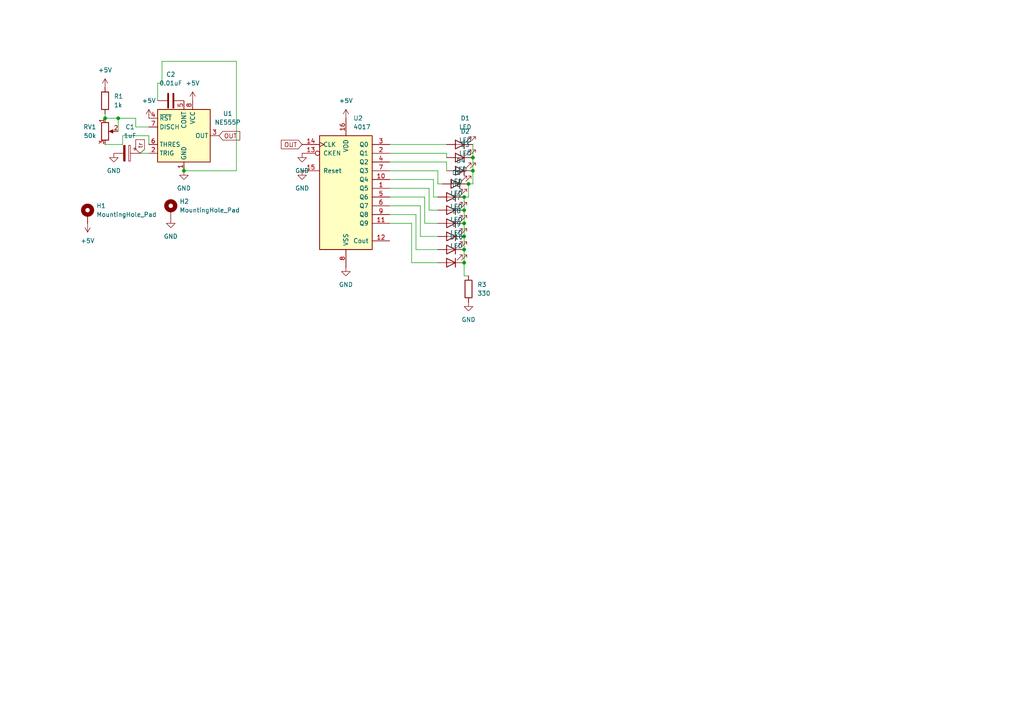
<source format=kicad_sch>
(kicad_sch
	(version 20250114)
	(generator "eeschema")
	(generator_version "9.0")
	(uuid "f2f22f1f-04f5-44cd-a063-eecfe6b8c00a")
	(paper "A4")
	(lib_symbols
		(symbol "4xxx:4017"
			(pin_names
				(offset 1.016)
			)
			(exclude_from_sim no)
			(in_bom yes)
			(on_board yes)
			(property "Reference" "U"
				(at -7.62 16.51 0)
				(effects
					(font
						(size 1.27 1.27)
					)
				)
			)
			(property "Value" "4017"
				(at -7.62 -19.05 0)
				(effects
					(font
						(size 1.27 1.27)
					)
				)
			)
			(property "Footprint" ""
				(at 0 0 0)
				(effects
					(font
						(size 1.27 1.27)
					)
					(hide yes)
				)
			)
			(property "Datasheet" "http://www.intersil.com/content/dam/Intersil/documents/cd40/cd4017bms-22bms.pdf"
				(at 0 0 0)
				(effects
					(font
						(size 1.27 1.27)
					)
					(hide yes)
				)
			)
			(property "Description" "Johnson Counter ( 10 outputs )"
				(at 0 0 0)
				(effects
					(font
						(size 1.27 1.27)
					)
					(hide yes)
				)
			)
			(property "ki_locked" ""
				(at 0 0 0)
				(effects
					(font
						(size 1.27 1.27)
					)
				)
			)
			(property "ki_keywords" "CNT CNT10"
				(at 0 0 0)
				(effects
					(font
						(size 1.27 1.27)
					)
					(hide yes)
				)
			)
			(property "ki_fp_filters" "DIP?16*"
				(at 0 0 0)
				(effects
					(font
						(size 1.27 1.27)
					)
					(hide yes)
				)
			)
			(symbol "4017_1_0"
				(pin input clock
					(at -12.7 12.7 0)
					(length 5.08)
					(name "CLK"
						(effects
							(font
								(size 1.27 1.27)
							)
						)
					)
					(number "14"
						(effects
							(font
								(size 1.27 1.27)
							)
						)
					)
				)
				(pin input inverted
					(at -12.7 10.16 0)
					(length 5.08)
					(name "CKEN"
						(effects
							(font
								(size 1.27 1.27)
							)
						)
					)
					(number "13"
						(effects
							(font
								(size 1.27 1.27)
							)
						)
					)
				)
				(pin input line
					(at -12.7 5.08 0)
					(length 5.08)
					(name "Reset"
						(effects
							(font
								(size 1.27 1.27)
							)
						)
					)
					(number "15"
						(effects
							(font
								(size 1.27 1.27)
							)
						)
					)
				)
				(pin power_in line
					(at 0 20.32 270)
					(length 5.08)
					(name "VDD"
						(effects
							(font
								(size 1.27 1.27)
							)
						)
					)
					(number "16"
						(effects
							(font
								(size 1.27 1.27)
							)
						)
					)
				)
				(pin power_in line
					(at 0 -22.86 90)
					(length 5.08)
					(name "VSS"
						(effects
							(font
								(size 1.27 1.27)
							)
						)
					)
					(number "8"
						(effects
							(font
								(size 1.27 1.27)
							)
						)
					)
				)
				(pin output line
					(at 12.7 12.7 180)
					(length 5.08)
					(name "Q0"
						(effects
							(font
								(size 1.27 1.27)
							)
						)
					)
					(number "3"
						(effects
							(font
								(size 1.27 1.27)
							)
						)
					)
				)
				(pin output line
					(at 12.7 10.16 180)
					(length 5.08)
					(name "Q1"
						(effects
							(font
								(size 1.27 1.27)
							)
						)
					)
					(number "2"
						(effects
							(font
								(size 1.27 1.27)
							)
						)
					)
				)
				(pin output line
					(at 12.7 7.62 180)
					(length 5.08)
					(name "Q2"
						(effects
							(font
								(size 1.27 1.27)
							)
						)
					)
					(number "4"
						(effects
							(font
								(size 1.27 1.27)
							)
						)
					)
				)
				(pin output line
					(at 12.7 5.08 180)
					(length 5.08)
					(name "Q3"
						(effects
							(font
								(size 1.27 1.27)
							)
						)
					)
					(number "7"
						(effects
							(font
								(size 1.27 1.27)
							)
						)
					)
				)
				(pin output line
					(at 12.7 2.54 180)
					(length 5.08)
					(name "Q4"
						(effects
							(font
								(size 1.27 1.27)
							)
						)
					)
					(number "10"
						(effects
							(font
								(size 1.27 1.27)
							)
						)
					)
				)
				(pin output line
					(at 12.7 0 180)
					(length 5.08)
					(name "Q5"
						(effects
							(font
								(size 1.27 1.27)
							)
						)
					)
					(number "1"
						(effects
							(font
								(size 1.27 1.27)
							)
						)
					)
				)
				(pin output line
					(at 12.7 -2.54 180)
					(length 5.08)
					(name "Q6"
						(effects
							(font
								(size 1.27 1.27)
							)
						)
					)
					(number "5"
						(effects
							(font
								(size 1.27 1.27)
							)
						)
					)
				)
				(pin output line
					(at 12.7 -5.08 180)
					(length 5.08)
					(name "Q7"
						(effects
							(font
								(size 1.27 1.27)
							)
						)
					)
					(number "6"
						(effects
							(font
								(size 1.27 1.27)
							)
						)
					)
				)
				(pin output line
					(at 12.7 -7.62 180)
					(length 5.08)
					(name "Q8"
						(effects
							(font
								(size 1.27 1.27)
							)
						)
					)
					(number "9"
						(effects
							(font
								(size 1.27 1.27)
							)
						)
					)
				)
				(pin output line
					(at 12.7 -10.16 180)
					(length 5.08)
					(name "Q9"
						(effects
							(font
								(size 1.27 1.27)
							)
						)
					)
					(number "11"
						(effects
							(font
								(size 1.27 1.27)
							)
						)
					)
				)
				(pin output line
					(at 12.7 -15.24 180)
					(length 5.08)
					(name "Cout"
						(effects
							(font
								(size 1.27 1.27)
							)
						)
					)
					(number "12"
						(effects
							(font
								(size 1.27 1.27)
							)
						)
					)
				)
			)
			(symbol "4017_1_1"
				(rectangle
					(start -7.62 15.24)
					(end 7.62 -17.78)
					(stroke
						(width 0.254)
						(type default)
					)
					(fill
						(type background)
					)
				)
			)
			(embedded_fonts no)
		)
		(symbol "Device:C"
			(pin_numbers
				(hide yes)
			)
			(pin_names
				(offset 0.254)
			)
			(exclude_from_sim no)
			(in_bom yes)
			(on_board yes)
			(property "Reference" "C"
				(at 0.635 2.54 0)
				(effects
					(font
						(size 1.27 1.27)
					)
					(justify left)
				)
			)
			(property "Value" "C"
				(at 0.635 -2.54 0)
				(effects
					(font
						(size 1.27 1.27)
					)
					(justify left)
				)
			)
			(property "Footprint" ""
				(at 0.9652 -3.81 0)
				(effects
					(font
						(size 1.27 1.27)
					)
					(hide yes)
				)
			)
			(property "Datasheet" "~"
				(at 0 0 0)
				(effects
					(font
						(size 1.27 1.27)
					)
					(hide yes)
				)
			)
			(property "Description" "Unpolarized capacitor"
				(at 0 0 0)
				(effects
					(font
						(size 1.27 1.27)
					)
					(hide yes)
				)
			)
			(property "ki_keywords" "cap capacitor"
				(at 0 0 0)
				(effects
					(font
						(size 1.27 1.27)
					)
					(hide yes)
				)
			)
			(property "ki_fp_filters" "C_*"
				(at 0 0 0)
				(effects
					(font
						(size 1.27 1.27)
					)
					(hide yes)
				)
			)
			(symbol "C_0_1"
				(polyline
					(pts
						(xy -2.032 0.762) (xy 2.032 0.762)
					)
					(stroke
						(width 0.508)
						(type default)
					)
					(fill
						(type none)
					)
				)
				(polyline
					(pts
						(xy -2.032 -0.762) (xy 2.032 -0.762)
					)
					(stroke
						(width 0.508)
						(type default)
					)
					(fill
						(type none)
					)
				)
			)
			(symbol "C_1_1"
				(pin passive line
					(at 0 3.81 270)
					(length 2.794)
					(name "~"
						(effects
							(font
								(size 1.27 1.27)
							)
						)
					)
					(number "1"
						(effects
							(font
								(size 1.27 1.27)
							)
						)
					)
				)
				(pin passive line
					(at 0 -3.81 90)
					(length 2.794)
					(name "~"
						(effects
							(font
								(size 1.27 1.27)
							)
						)
					)
					(number "2"
						(effects
							(font
								(size 1.27 1.27)
							)
						)
					)
				)
			)
			(embedded_fonts no)
		)
		(symbol "Device:C_Polarized"
			(pin_numbers
				(hide yes)
			)
			(pin_names
				(offset 0.254)
			)
			(exclude_from_sim no)
			(in_bom yes)
			(on_board yes)
			(property "Reference" "C"
				(at 0.635 2.54 0)
				(effects
					(font
						(size 1.27 1.27)
					)
					(justify left)
				)
			)
			(property "Value" "C_Polarized"
				(at 0.635 -2.54 0)
				(effects
					(font
						(size 1.27 1.27)
					)
					(justify left)
				)
			)
			(property "Footprint" ""
				(at 0.9652 -3.81 0)
				(effects
					(font
						(size 1.27 1.27)
					)
					(hide yes)
				)
			)
			(property "Datasheet" "~"
				(at 0 0 0)
				(effects
					(font
						(size 1.27 1.27)
					)
					(hide yes)
				)
			)
			(property "Description" "Polarized capacitor"
				(at 0 0 0)
				(effects
					(font
						(size 1.27 1.27)
					)
					(hide yes)
				)
			)
			(property "ki_keywords" "cap capacitor"
				(at 0 0 0)
				(effects
					(font
						(size 1.27 1.27)
					)
					(hide yes)
				)
			)
			(property "ki_fp_filters" "CP_*"
				(at 0 0 0)
				(effects
					(font
						(size 1.27 1.27)
					)
					(hide yes)
				)
			)
			(symbol "C_Polarized_0_1"
				(rectangle
					(start -2.286 0.508)
					(end 2.286 1.016)
					(stroke
						(width 0)
						(type default)
					)
					(fill
						(type none)
					)
				)
				(polyline
					(pts
						(xy -1.778 2.286) (xy -0.762 2.286)
					)
					(stroke
						(width 0)
						(type default)
					)
					(fill
						(type none)
					)
				)
				(polyline
					(pts
						(xy -1.27 2.794) (xy -1.27 1.778)
					)
					(stroke
						(width 0)
						(type default)
					)
					(fill
						(type none)
					)
				)
				(rectangle
					(start 2.286 -0.508)
					(end -2.286 -1.016)
					(stroke
						(width 0)
						(type default)
					)
					(fill
						(type outline)
					)
				)
			)
			(symbol "C_Polarized_1_1"
				(pin passive line
					(at 0 3.81 270)
					(length 2.794)
					(name "~"
						(effects
							(font
								(size 1.27 1.27)
							)
						)
					)
					(number "1"
						(effects
							(font
								(size 1.27 1.27)
							)
						)
					)
				)
				(pin passive line
					(at 0 -3.81 90)
					(length 2.794)
					(name "~"
						(effects
							(font
								(size 1.27 1.27)
							)
						)
					)
					(number "2"
						(effects
							(font
								(size 1.27 1.27)
							)
						)
					)
				)
			)
			(embedded_fonts no)
		)
		(symbol "Device:LED"
			(pin_numbers
				(hide yes)
			)
			(pin_names
				(offset 1.016)
				(hide yes)
			)
			(exclude_from_sim no)
			(in_bom yes)
			(on_board yes)
			(property "Reference" "D"
				(at 0 2.54 0)
				(effects
					(font
						(size 1.27 1.27)
					)
				)
			)
			(property "Value" "LED"
				(at 0 -2.54 0)
				(effects
					(font
						(size 1.27 1.27)
					)
				)
			)
			(property "Footprint" ""
				(at 0 0 0)
				(effects
					(font
						(size 1.27 1.27)
					)
					(hide yes)
				)
			)
			(property "Datasheet" "~"
				(at 0 0 0)
				(effects
					(font
						(size 1.27 1.27)
					)
					(hide yes)
				)
			)
			(property "Description" "Light emitting diode"
				(at 0 0 0)
				(effects
					(font
						(size 1.27 1.27)
					)
					(hide yes)
				)
			)
			(property "Sim.Pins" "1=K 2=A"
				(at 0 0 0)
				(effects
					(font
						(size 1.27 1.27)
					)
					(hide yes)
				)
			)
			(property "ki_keywords" "LED diode"
				(at 0 0 0)
				(effects
					(font
						(size 1.27 1.27)
					)
					(hide yes)
				)
			)
			(property "ki_fp_filters" "LED* LED_SMD:* LED_THT:*"
				(at 0 0 0)
				(effects
					(font
						(size 1.27 1.27)
					)
					(hide yes)
				)
			)
			(symbol "LED_0_1"
				(polyline
					(pts
						(xy -3.048 -0.762) (xy -4.572 -2.286) (xy -3.81 -2.286) (xy -4.572 -2.286) (xy -4.572 -1.524)
					)
					(stroke
						(width 0)
						(type default)
					)
					(fill
						(type none)
					)
				)
				(polyline
					(pts
						(xy -1.778 -0.762) (xy -3.302 -2.286) (xy -2.54 -2.286) (xy -3.302 -2.286) (xy -3.302 -1.524)
					)
					(stroke
						(width 0)
						(type default)
					)
					(fill
						(type none)
					)
				)
				(polyline
					(pts
						(xy -1.27 0) (xy 1.27 0)
					)
					(stroke
						(width 0)
						(type default)
					)
					(fill
						(type none)
					)
				)
				(polyline
					(pts
						(xy -1.27 -1.27) (xy -1.27 1.27)
					)
					(stroke
						(width 0.254)
						(type default)
					)
					(fill
						(type none)
					)
				)
				(polyline
					(pts
						(xy 1.27 -1.27) (xy 1.27 1.27) (xy -1.27 0) (xy 1.27 -1.27)
					)
					(stroke
						(width 0.254)
						(type default)
					)
					(fill
						(type none)
					)
				)
			)
			(symbol "LED_1_1"
				(pin passive line
					(at -3.81 0 0)
					(length 2.54)
					(name "K"
						(effects
							(font
								(size 1.27 1.27)
							)
						)
					)
					(number "1"
						(effects
							(font
								(size 1.27 1.27)
							)
						)
					)
				)
				(pin passive line
					(at 3.81 0 180)
					(length 2.54)
					(name "A"
						(effects
							(font
								(size 1.27 1.27)
							)
						)
					)
					(number "2"
						(effects
							(font
								(size 1.27 1.27)
							)
						)
					)
				)
			)
			(embedded_fonts no)
		)
		(symbol "Device:R"
			(pin_numbers
				(hide yes)
			)
			(pin_names
				(offset 0)
			)
			(exclude_from_sim no)
			(in_bom yes)
			(on_board yes)
			(property "Reference" "R"
				(at 2.032 0 90)
				(effects
					(font
						(size 1.27 1.27)
					)
				)
			)
			(property "Value" "R"
				(at 0 0 90)
				(effects
					(font
						(size 1.27 1.27)
					)
				)
			)
			(property "Footprint" ""
				(at -1.778 0 90)
				(effects
					(font
						(size 1.27 1.27)
					)
					(hide yes)
				)
			)
			(property "Datasheet" "~"
				(at 0 0 0)
				(effects
					(font
						(size 1.27 1.27)
					)
					(hide yes)
				)
			)
			(property "Description" "Resistor"
				(at 0 0 0)
				(effects
					(font
						(size 1.27 1.27)
					)
					(hide yes)
				)
			)
			(property "ki_keywords" "R res resistor"
				(at 0 0 0)
				(effects
					(font
						(size 1.27 1.27)
					)
					(hide yes)
				)
			)
			(property "ki_fp_filters" "R_*"
				(at 0 0 0)
				(effects
					(font
						(size 1.27 1.27)
					)
					(hide yes)
				)
			)
			(symbol "R_0_1"
				(rectangle
					(start -1.016 -2.54)
					(end 1.016 2.54)
					(stroke
						(width 0.254)
						(type default)
					)
					(fill
						(type none)
					)
				)
			)
			(symbol "R_1_1"
				(pin passive line
					(at 0 3.81 270)
					(length 1.27)
					(name "~"
						(effects
							(font
								(size 1.27 1.27)
							)
						)
					)
					(number "1"
						(effects
							(font
								(size 1.27 1.27)
							)
						)
					)
				)
				(pin passive line
					(at 0 -3.81 90)
					(length 1.27)
					(name "~"
						(effects
							(font
								(size 1.27 1.27)
							)
						)
					)
					(number "2"
						(effects
							(font
								(size 1.27 1.27)
							)
						)
					)
				)
			)
			(embedded_fonts no)
		)
		(symbol "Device:R_Potentiometer"
			(pin_names
				(offset 1.016)
				(hide yes)
			)
			(exclude_from_sim no)
			(in_bom yes)
			(on_board yes)
			(property "Reference" "RV"
				(at -4.445 0 90)
				(effects
					(font
						(size 1.27 1.27)
					)
				)
			)
			(property "Value" "R_Potentiometer"
				(at -2.54 0 90)
				(effects
					(font
						(size 1.27 1.27)
					)
				)
			)
			(property "Footprint" ""
				(at 0 0 0)
				(effects
					(font
						(size 1.27 1.27)
					)
					(hide yes)
				)
			)
			(property "Datasheet" "~"
				(at 0 0 0)
				(effects
					(font
						(size 1.27 1.27)
					)
					(hide yes)
				)
			)
			(property "Description" "Potentiometer"
				(at 0 0 0)
				(effects
					(font
						(size 1.27 1.27)
					)
					(hide yes)
				)
			)
			(property "ki_keywords" "resistor variable"
				(at 0 0 0)
				(effects
					(font
						(size 1.27 1.27)
					)
					(hide yes)
				)
			)
			(property "ki_fp_filters" "Potentiometer*"
				(at 0 0 0)
				(effects
					(font
						(size 1.27 1.27)
					)
					(hide yes)
				)
			)
			(symbol "R_Potentiometer_0_1"
				(rectangle
					(start 1.016 2.54)
					(end -1.016 -2.54)
					(stroke
						(width 0.254)
						(type default)
					)
					(fill
						(type none)
					)
				)
				(polyline
					(pts
						(xy 1.143 0) (xy 2.286 0.508) (xy 2.286 -0.508) (xy 1.143 0)
					)
					(stroke
						(width 0)
						(type default)
					)
					(fill
						(type outline)
					)
				)
				(polyline
					(pts
						(xy 2.54 0) (xy 1.524 0)
					)
					(stroke
						(width 0)
						(type default)
					)
					(fill
						(type none)
					)
				)
			)
			(symbol "R_Potentiometer_1_1"
				(pin passive line
					(at 0 3.81 270)
					(length 1.27)
					(name "1"
						(effects
							(font
								(size 1.27 1.27)
							)
						)
					)
					(number "1"
						(effects
							(font
								(size 1.27 1.27)
							)
						)
					)
				)
				(pin passive line
					(at 0 -3.81 90)
					(length 1.27)
					(name "3"
						(effects
							(font
								(size 1.27 1.27)
							)
						)
					)
					(number "3"
						(effects
							(font
								(size 1.27 1.27)
							)
						)
					)
				)
				(pin passive line
					(at 3.81 0 180)
					(length 1.27)
					(name "2"
						(effects
							(font
								(size 1.27 1.27)
							)
						)
					)
					(number "2"
						(effects
							(font
								(size 1.27 1.27)
							)
						)
					)
				)
			)
			(embedded_fonts no)
		)
		(symbol "Mechanical:MountingHole_Pad"
			(pin_numbers
				(hide yes)
			)
			(pin_names
				(offset 1.016)
				(hide yes)
			)
			(exclude_from_sim no)
			(in_bom no)
			(on_board yes)
			(property "Reference" "H"
				(at 0 6.35 0)
				(effects
					(font
						(size 1.27 1.27)
					)
				)
			)
			(property "Value" "MountingHole_Pad"
				(at 0 4.445 0)
				(effects
					(font
						(size 1.27 1.27)
					)
				)
			)
			(property "Footprint" ""
				(at 0 0 0)
				(effects
					(font
						(size 1.27 1.27)
					)
					(hide yes)
				)
			)
			(property "Datasheet" "~"
				(at 0 0 0)
				(effects
					(font
						(size 1.27 1.27)
					)
					(hide yes)
				)
			)
			(property "Description" "Mounting Hole with connection"
				(at 0 0 0)
				(effects
					(font
						(size 1.27 1.27)
					)
					(hide yes)
				)
			)
			(property "ki_keywords" "mounting hole"
				(at 0 0 0)
				(effects
					(font
						(size 1.27 1.27)
					)
					(hide yes)
				)
			)
			(property "ki_fp_filters" "MountingHole*Pad*"
				(at 0 0 0)
				(effects
					(font
						(size 1.27 1.27)
					)
					(hide yes)
				)
			)
			(symbol "MountingHole_Pad_0_1"
				(circle
					(center 0 1.27)
					(radius 1.27)
					(stroke
						(width 1.27)
						(type default)
					)
					(fill
						(type none)
					)
				)
			)
			(symbol "MountingHole_Pad_1_1"
				(pin input line
					(at 0 -2.54 90)
					(length 2.54)
					(name "1"
						(effects
							(font
								(size 1.27 1.27)
							)
						)
					)
					(number "1"
						(effects
							(font
								(size 1.27 1.27)
							)
						)
					)
				)
			)
			(embedded_fonts no)
		)
		(symbol "Timer:NE555P"
			(exclude_from_sim no)
			(in_bom yes)
			(on_board yes)
			(property "Reference" "U"
				(at -10.16 8.89 0)
				(effects
					(font
						(size 1.27 1.27)
					)
					(justify left)
				)
			)
			(property "Value" "NE555P"
				(at 2.54 8.89 0)
				(effects
					(font
						(size 1.27 1.27)
					)
					(justify left)
				)
			)
			(property "Footprint" "Package_DIP:DIP-8_W7.62mm"
				(at 0 -24.13 0)
				(effects
					(font
						(size 1.27 1.27)
					)
					(hide yes)
				)
			)
			(property "Datasheet" "http://www.ti.com/lit/ds/symlink/ne555.pdf"
				(at 0 -26.67 0)
				(effects
					(font
						(size 1.27 1.27)
					)
					(hide yes)
				)
			)
			(property "Description" "Precision Timers, 555 compatible, PDIP-8"
				(at 0 -21.59 0)
				(effects
					(font
						(size 1.27 1.27)
					)
					(hide yes)
				)
			)
			(property "ki_keywords" "single timer 555"
				(at 0 0 0)
				(effects
					(font
						(size 1.27 1.27)
					)
					(hide yes)
				)
			)
			(property "ki_fp_filters" "DIP*W7.62mm*"
				(at 0 0 0)
				(effects
					(font
						(size 1.27 1.27)
					)
					(hide yes)
				)
			)
			(symbol "NE555P_0_0"
				(pin power_in line
					(at 0 -10.16 90)
					(length 2.54)
					(name "GND"
						(effects
							(font
								(size 1.27 1.27)
							)
						)
					)
					(number "1"
						(effects
							(font
								(size 1.27 1.27)
							)
						)
					)
				)
				(pin power_in line
					(at 2.54 10.16 270)
					(length 2.54)
					(name "VCC"
						(effects
							(font
								(size 1.27 1.27)
							)
						)
					)
					(number "8"
						(effects
							(font
								(size 1.27 1.27)
							)
						)
					)
				)
			)
			(symbol "NE555P_0_1"
				(rectangle
					(start -7.62 7.62)
					(end 7.62 -7.62)
					(stroke
						(width 0.254)
						(type default)
					)
					(fill
						(type background)
					)
				)
			)
			(symbol "NE555P_1_1"
				(pin input line
					(at -10.16 5.08 0)
					(length 2.54)
					(name "~{RST}"
						(effects
							(font
								(size 1.27 1.27)
							)
						)
					)
					(number "4"
						(effects
							(font
								(size 1.27 1.27)
							)
						)
					)
				)
				(pin input line
					(at -10.16 2.54 0)
					(length 2.54)
					(name "DISCH"
						(effects
							(font
								(size 1.27 1.27)
							)
						)
					)
					(number "7"
						(effects
							(font
								(size 1.27 1.27)
							)
						)
					)
				)
				(pin input line
					(at -10.16 -2.54 0)
					(length 2.54)
					(name "THRES"
						(effects
							(font
								(size 1.27 1.27)
							)
						)
					)
					(number "6"
						(effects
							(font
								(size 1.27 1.27)
							)
						)
					)
				)
				(pin input line
					(at -10.16 -5.08 0)
					(length 2.54)
					(name "TRIG"
						(effects
							(font
								(size 1.27 1.27)
							)
						)
					)
					(number "2"
						(effects
							(font
								(size 1.27 1.27)
							)
						)
					)
				)
				(pin open_collector line
					(at 0 10.16 270)
					(length 2.54)
					(name "CONT"
						(effects
							(font
								(size 1.27 1.27)
							)
						)
					)
					(number "5"
						(effects
							(font
								(size 1.27 1.27)
							)
						)
					)
				)
				(pin output line
					(at 10.16 0 180)
					(length 2.54)
					(name "OUT"
						(effects
							(font
								(size 1.27 1.27)
							)
						)
					)
					(number "3"
						(effects
							(font
								(size 1.27 1.27)
							)
						)
					)
				)
			)
			(embedded_fonts no)
		)
		(symbol "power:+5V"
			(power)
			(pin_numbers
				(hide yes)
			)
			(pin_names
				(offset 0)
				(hide yes)
			)
			(exclude_from_sim no)
			(in_bom yes)
			(on_board yes)
			(property "Reference" "#PWR"
				(at 0 -3.81 0)
				(effects
					(font
						(size 1.27 1.27)
					)
					(hide yes)
				)
			)
			(property "Value" "+5V"
				(at 0 3.556 0)
				(effects
					(font
						(size 1.27 1.27)
					)
				)
			)
			(property "Footprint" ""
				(at 0 0 0)
				(effects
					(font
						(size 1.27 1.27)
					)
					(hide yes)
				)
			)
			(property "Datasheet" ""
				(at 0 0 0)
				(effects
					(font
						(size 1.27 1.27)
					)
					(hide yes)
				)
			)
			(property "Description" "Power symbol creates a global label with name \"+5V\""
				(at 0 0 0)
				(effects
					(font
						(size 1.27 1.27)
					)
					(hide yes)
				)
			)
			(property "ki_keywords" "global power"
				(at 0 0 0)
				(effects
					(font
						(size 1.27 1.27)
					)
					(hide yes)
				)
			)
			(symbol "+5V_0_1"
				(polyline
					(pts
						(xy -0.762 1.27) (xy 0 2.54)
					)
					(stroke
						(width 0)
						(type default)
					)
					(fill
						(type none)
					)
				)
				(polyline
					(pts
						(xy 0 2.54) (xy 0.762 1.27)
					)
					(stroke
						(width 0)
						(type default)
					)
					(fill
						(type none)
					)
				)
				(polyline
					(pts
						(xy 0 0) (xy 0 2.54)
					)
					(stroke
						(width 0)
						(type default)
					)
					(fill
						(type none)
					)
				)
			)
			(symbol "+5V_1_1"
				(pin power_in line
					(at 0 0 90)
					(length 0)
					(name "~"
						(effects
							(font
								(size 1.27 1.27)
							)
						)
					)
					(number "1"
						(effects
							(font
								(size 1.27 1.27)
							)
						)
					)
				)
			)
			(embedded_fonts no)
		)
		(symbol "power:GND"
			(power)
			(pin_numbers
				(hide yes)
			)
			(pin_names
				(offset 0)
				(hide yes)
			)
			(exclude_from_sim no)
			(in_bom yes)
			(on_board yes)
			(property "Reference" "#PWR"
				(at 0 -6.35 0)
				(effects
					(font
						(size 1.27 1.27)
					)
					(hide yes)
				)
			)
			(property "Value" "GND"
				(at 0 -3.81 0)
				(effects
					(font
						(size 1.27 1.27)
					)
				)
			)
			(property "Footprint" ""
				(at 0 0 0)
				(effects
					(font
						(size 1.27 1.27)
					)
					(hide yes)
				)
			)
			(property "Datasheet" ""
				(at 0 0 0)
				(effects
					(font
						(size 1.27 1.27)
					)
					(hide yes)
				)
			)
			(property "Description" "Power symbol creates a global label with name \"GND\" , ground"
				(at 0 0 0)
				(effects
					(font
						(size 1.27 1.27)
					)
					(hide yes)
				)
			)
			(property "ki_keywords" "global power"
				(at 0 0 0)
				(effects
					(font
						(size 1.27 1.27)
					)
					(hide yes)
				)
			)
			(symbol "GND_0_1"
				(polyline
					(pts
						(xy 0 0) (xy 0 -1.27) (xy 1.27 -1.27) (xy 0 -2.54) (xy -1.27 -1.27) (xy 0 -1.27)
					)
					(stroke
						(width 0)
						(type default)
					)
					(fill
						(type none)
					)
				)
			)
			(symbol "GND_1_1"
				(pin power_in line
					(at 0 0 270)
					(length 0)
					(name "~"
						(effects
							(font
								(size 1.27 1.27)
							)
						)
					)
					(number "1"
						(effects
							(font
								(size 1.27 1.27)
							)
						)
					)
				)
			)
			(embedded_fonts no)
		)
	)
	(junction
		(at 53.34 49.53)
		(diameter 0)
		(color 0 0 0 0)
		(uuid "08b9610f-413b-4173-ace4-bec7440cd057")
	)
	(junction
		(at 30.48 34.29)
		(diameter 0)
		(color 0 0 0 0)
		(uuid "09e0651c-1370-4f42-99cf-9b44e4082bbd")
	)
	(junction
		(at 137.16 49.53)
		(diameter 0)
		(color 0 0 0 0)
		(uuid "2a3e1221-f3e4-4e50-b6d1-991c652765c1")
	)
	(junction
		(at 137.16 45.72)
		(diameter 0)
		(color 0 0 0 0)
		(uuid "40f30b53-2ac5-46dc-b8c5-fda259dfff33")
	)
	(junction
		(at 134.62 60.96)
		(diameter 0)
		(color 0 0 0 0)
		(uuid "5169eeba-57d0-4df9-9bb6-5acffcfb87c3")
	)
	(junction
		(at 134.62 68.58)
		(diameter 0)
		(color 0 0 0 0)
		(uuid "7643ac5c-330a-445c-9528-3dd6928a3108")
	)
	(junction
		(at 134.62 64.77)
		(diameter 0)
		(color 0 0 0 0)
		(uuid "7c2709e4-ebf8-4563-8acf-a67fe7498fc3")
	)
	(junction
		(at 135.89 53.34)
		(diameter 0)
		(color 0 0 0 0)
		(uuid "8d4619f3-9002-4a7f-9d7d-90e868ec16bf")
	)
	(junction
		(at 134.62 57.15)
		(diameter 0)
		(color 0 0 0 0)
		(uuid "a6f27cbe-3690-4c1a-b078-94b8ce7ca487")
	)
	(junction
		(at 34.29 34.29)
		(diameter 0)
		(color 0 0 0 0)
		(uuid "b4af15dc-a2f5-4654-8cd2-d9eb336fcf71")
	)
	(junction
		(at 134.62 76.2)
		(diameter 0)
		(color 0 0 0 0)
		(uuid "b7de88e5-1296-47f3-aef4-a70043ae5bf6")
	)
	(junction
		(at 134.62 72.39)
		(diameter 0)
		(color 0 0 0 0)
		(uuid "f7f80fcd-6325-4909-ad5e-8ba37d5a7270")
	)
	(wire
		(pts
			(xy 129.54 44.45) (xy 129.54 45.72)
		)
		(stroke
			(width 0)
			(type default)
		)
		(uuid "0a4c0eff-001a-4254-8ee0-9d059a8fdeb2")
	)
	(wire
		(pts
			(xy 119.38 64.77) (xy 119.38 76.2)
		)
		(stroke
			(width 0)
			(type default)
		)
		(uuid "0cf9daae-10d4-4b63-b1d1-abbf6fd0ef99")
	)
	(wire
		(pts
			(xy 53.34 48.26) (xy 53.34 49.53)
		)
		(stroke
			(width 0)
			(type default)
		)
		(uuid "0e0e553d-e36b-47e5-aa86-c69e65b2f219")
	)
	(wire
		(pts
			(xy 34.29 34.29) (xy 34.29 38.1)
		)
		(stroke
			(width 0)
			(type default)
		)
		(uuid "11bfaf1e-77ab-4893-9999-5740ec9ab584")
	)
	(wire
		(pts
			(xy 128.27 53.34) (xy 127 53.34)
		)
		(stroke
			(width 0)
			(type default)
		)
		(uuid "130f785b-5c17-4a19-8bee-b28e16b73a0a")
	)
	(wire
		(pts
			(xy 124.46 60.96) (xy 127 60.96)
		)
		(stroke
			(width 0)
			(type default)
		)
		(uuid "13aebba4-5712-4a33-a6d3-5ce245a11b19")
	)
	(wire
		(pts
			(xy 46.99 17.78) (xy 46.99 24.13)
		)
		(stroke
			(width 0)
			(type default)
		)
		(uuid "143c154c-b72e-4d15-9d40-77e660029101")
	)
	(wire
		(pts
			(xy 134.62 80.01) (xy 135.89 80.01)
		)
		(stroke
			(width 0)
			(type default)
		)
		(uuid "1d571ead-5db4-4f10-8328-9267df1232d9")
	)
	(wire
		(pts
			(xy 113.03 59.69) (xy 121.92 59.69)
		)
		(stroke
			(width 0)
			(type default)
		)
		(uuid "25fc9aa4-34b3-4b31-a24a-362aaf3ae2a9")
	)
	(wire
		(pts
			(xy 121.92 59.69) (xy 121.92 68.58)
		)
		(stroke
			(width 0)
			(type default)
		)
		(uuid "29123b25-ecd8-4fb8-b31a-e96eab34f6d6")
	)
	(wire
		(pts
			(xy 121.92 68.58) (xy 127 68.58)
		)
		(stroke
			(width 0)
			(type default)
		)
		(uuid "2aabb9c8-9bb2-4074-be02-0f7649cf3c6e")
	)
	(wire
		(pts
			(xy 134.62 68.58) (xy 134.62 72.39)
		)
		(stroke
			(width 0)
			(type default)
		)
		(uuid "2bc718ad-a7c6-4544-ada5-3921e9026e23")
	)
	(wire
		(pts
			(xy 40.64 44.45) (xy 43.18 44.45)
		)
		(stroke
			(width 0)
			(type default)
		)
		(uuid "2d863227-f45a-460b-ad01-47f0f6450d0f")
	)
	(wire
		(pts
			(xy 127 53.34) (xy 127 49.53)
		)
		(stroke
			(width 0)
			(type default)
		)
		(uuid "2f2ce051-80bd-472c-8954-1100b2a12ce1")
	)
	(wire
		(pts
			(xy 134.62 76.2) (xy 134.62 80.01)
		)
		(stroke
			(width 0)
			(type default)
		)
		(uuid "3313fd58-e7e3-4ba3-add8-0925e0f0b4bc")
	)
	(wire
		(pts
			(xy 43.18 39.37) (xy 43.18 41.91)
		)
		(stroke
			(width 0)
			(type default)
		)
		(uuid "36ca7f2c-ff3a-42a2-977f-a014176e07bc")
	)
	(wire
		(pts
			(xy 134.62 60.96) (xy 134.62 64.77)
		)
		(stroke
			(width 0)
			(type default)
		)
		(uuid "40642324-2202-4c9b-88c4-9b5354ff06dd")
	)
	(wire
		(pts
			(xy 35.56 41.91) (xy 35.56 39.37)
		)
		(stroke
			(width 0)
			(type default)
		)
		(uuid "497c8c84-4767-424e-bc1c-90728c63daf5")
	)
	(wire
		(pts
			(xy 113.03 64.77) (xy 119.38 64.77)
		)
		(stroke
			(width 0)
			(type default)
		)
		(uuid "5469d40e-65ba-4312-a0a9-2d576044a40c")
	)
	(wire
		(pts
			(xy 113.03 46.99) (xy 129.54 46.99)
		)
		(stroke
			(width 0)
			(type default)
		)
		(uuid "5e999c8e-e348-4a73-868d-c45b02633f68")
	)
	(wire
		(pts
			(xy 113.03 54.61) (xy 124.46 54.61)
		)
		(stroke
			(width 0)
			(type default)
		)
		(uuid "6105abad-8eb1-4e91-9fc2-4d2a10485af5")
	)
	(wire
		(pts
			(xy 46.99 24.13) (xy 45.72 24.13)
		)
		(stroke
			(width 0)
			(type default)
		)
		(uuid "6452f3dd-575f-4aea-93e4-dd0f69cd24d5")
	)
	(wire
		(pts
			(xy 120.65 62.23) (xy 120.65 72.39)
		)
		(stroke
			(width 0)
			(type default)
		)
		(uuid "6640b08d-aac2-4f62-aa06-8686de63f517")
	)
	(wire
		(pts
			(xy 43.18 36.83) (xy 39.37 36.83)
		)
		(stroke
			(width 0)
			(type default)
		)
		(uuid "690f0e53-b8d1-47b3-be8d-3a480f196956")
	)
	(wire
		(pts
			(xy 123.19 64.77) (xy 127 64.77)
		)
		(stroke
			(width 0)
			(type default)
		)
		(uuid "6947313a-108b-4b20-bbe6-87ad5600efd0")
	)
	(wire
		(pts
			(xy 46.99 17.78) (xy 68.58 17.78)
		)
		(stroke
			(width 0)
			(type default)
		)
		(uuid "6d0ad106-f76a-4273-a377-cb2861f36a07")
	)
	(wire
		(pts
			(xy 68.58 49.53) (xy 53.34 49.53)
		)
		(stroke
			(width 0)
			(type default)
		)
		(uuid "788fb91f-6b77-4420-848c-be0d15b714d0")
	)
	(wire
		(pts
			(xy 137.16 49.53) (xy 137.16 53.34)
		)
		(stroke
			(width 0)
			(type default)
		)
		(uuid "7912c729-199f-4d69-9b02-c5fd10a18fe0")
	)
	(wire
		(pts
			(xy 35.56 39.37) (xy 43.18 39.37)
		)
		(stroke
			(width 0)
			(type default)
		)
		(uuid "8b579946-22d9-4b46-9cca-e84b130e67b1")
	)
	(wire
		(pts
			(xy 113.03 57.15) (xy 123.19 57.15)
		)
		(stroke
			(width 0)
			(type default)
		)
		(uuid "93b303d4-7c32-4097-81d7-a41c64b21f7d")
	)
	(wire
		(pts
			(xy 39.37 34.29) (xy 34.29 34.29)
		)
		(stroke
			(width 0)
			(type default)
		)
		(uuid "979c3fab-8761-4f57-9291-c9cac4c20f0e")
	)
	(wire
		(pts
			(xy 120.65 72.39) (xy 127 72.39)
		)
		(stroke
			(width 0)
			(type default)
		)
		(uuid "9dfc2d03-7769-4fc2-b5ef-ba9e61612a18")
	)
	(wire
		(pts
			(xy 129.54 46.99) (xy 129.54 49.53)
		)
		(stroke
			(width 0)
			(type default)
		)
		(uuid "9f0ec7cb-b75a-40ea-8dba-b49c9b7b3e7c")
	)
	(wire
		(pts
			(xy 137.16 41.91) (xy 137.16 45.72)
		)
		(stroke
			(width 0)
			(type default)
		)
		(uuid "a96261aa-c83b-4cdc-8e91-2db38d39f41b")
	)
	(wire
		(pts
			(xy 134.62 57.15) (xy 134.62 60.96)
		)
		(stroke
			(width 0)
			(type default)
		)
		(uuid "ae33cba8-526b-4721-bcb3-e0db83fd0133")
	)
	(wire
		(pts
			(xy 127 49.53) (xy 113.03 49.53)
		)
		(stroke
			(width 0)
			(type default)
		)
		(uuid "b7a7be77-400d-4ada-8d30-628899a192e0")
	)
	(wire
		(pts
			(xy 113.03 41.91) (xy 129.54 41.91)
		)
		(stroke
			(width 0)
			(type default)
		)
		(uuid "c6ba3a13-2658-43b2-909e-78abada645ab")
	)
	(wire
		(pts
			(xy 34.29 34.29) (xy 30.48 34.29)
		)
		(stroke
			(width 0)
			(type default)
		)
		(uuid "c9f2352f-ae94-4c6d-a2cb-e4895b5d166c")
	)
	(wire
		(pts
			(xy 39.37 36.83) (xy 39.37 34.29)
		)
		(stroke
			(width 0)
			(type default)
		)
		(uuid "ca7463b1-9769-420c-8fcd-c1314af93331")
	)
	(wire
		(pts
			(xy 135.89 53.34) (xy 135.89 57.15)
		)
		(stroke
			(width 0)
			(type default)
		)
		(uuid "ccc0e097-fabd-4bce-9f13-3d5f58773e43")
	)
	(wire
		(pts
			(xy 113.03 62.23) (xy 120.65 62.23)
		)
		(stroke
			(width 0)
			(type default)
		)
		(uuid "cd65cb05-df27-4c4c-92a0-d5941c2aeb0f")
	)
	(wire
		(pts
			(xy 134.62 72.39) (xy 134.62 76.2)
		)
		(stroke
			(width 0)
			(type default)
		)
		(uuid "ce044a27-ec9a-4b93-9e7a-c1e622db4238")
	)
	(wire
		(pts
			(xy 68.58 17.78) (xy 68.58 49.53)
		)
		(stroke
			(width 0)
			(type default)
		)
		(uuid "d0a681d2-32da-4418-811e-5f0544079293")
	)
	(wire
		(pts
			(xy 45.72 24.13) (xy 45.72 29.21)
		)
		(stroke
			(width 0)
			(type default)
		)
		(uuid "d455d0c6-44c5-4dd2-b3d5-96eae65174a6")
	)
	(wire
		(pts
			(xy 123.19 57.15) (xy 123.19 64.77)
		)
		(stroke
			(width 0)
			(type default)
		)
		(uuid "d5b9d8e5-88bc-4ceb-a737-1b96cee0cd01")
	)
	(wire
		(pts
			(xy 137.16 53.34) (xy 135.89 53.34)
		)
		(stroke
			(width 0)
			(type default)
		)
		(uuid "ddb515de-9a44-47fc-adb8-433829c47402")
	)
	(wire
		(pts
			(xy 30.48 41.91) (xy 35.56 41.91)
		)
		(stroke
			(width 0)
			(type default)
		)
		(uuid "e13d5343-1520-4934-8bda-32a433de2d50")
	)
	(wire
		(pts
			(xy 113.03 44.45) (xy 129.54 44.45)
		)
		(stroke
			(width 0)
			(type default)
		)
		(uuid "e2b25e42-2853-4497-8540-65f645257bd2")
	)
	(wire
		(pts
			(xy 125.73 52.07) (xy 125.73 57.15)
		)
		(stroke
			(width 0)
			(type default)
		)
		(uuid "e4b0f6b1-29d9-4eef-81d0-9bd2d1de9cbf")
	)
	(wire
		(pts
			(xy 134.62 64.77) (xy 134.62 68.58)
		)
		(stroke
			(width 0)
			(type default)
		)
		(uuid "e7542378-5145-4f3a-9360-1a2ca0ea29ed")
	)
	(wire
		(pts
			(xy 113.03 52.07) (xy 125.73 52.07)
		)
		(stroke
			(width 0)
			(type default)
		)
		(uuid "e764ced1-9b96-4bfd-a22e-f1849c424b33")
	)
	(wire
		(pts
			(xy 135.89 57.15) (xy 134.62 57.15)
		)
		(stroke
			(width 0)
			(type default)
		)
		(uuid "eae65f8a-8547-406d-941d-cbe5dfcb9b98")
	)
	(wire
		(pts
			(xy 137.16 45.72) (xy 137.16 49.53)
		)
		(stroke
			(width 0)
			(type default)
		)
		(uuid "eb12410c-0965-48f3-aa87-72dfe71fbb8e")
	)
	(wire
		(pts
			(xy 125.73 57.15) (xy 127 57.15)
		)
		(stroke
			(width 0)
			(type default)
		)
		(uuid "eb543c53-9f24-443e-938d-4e6b153bc72c")
	)
	(wire
		(pts
			(xy 30.48 33.02) (xy 30.48 34.29)
		)
		(stroke
			(width 0)
			(type default)
		)
		(uuid "f4b43f6e-8f6c-4c4a-9977-f17f4e9994b7")
	)
	(wire
		(pts
			(xy 119.38 76.2) (xy 127 76.2)
		)
		(stroke
			(width 0)
			(type default)
		)
		(uuid "fa5803ed-1b0a-4d71-8fbe-26d6337cfc8f")
	)
	(wire
		(pts
			(xy 124.46 54.61) (xy 124.46 60.96)
		)
		(stroke
			(width 0)
			(type default)
		)
		(uuid "fcf3fc63-ac4a-4521-ac0d-1c6f6cee0861")
	)
	(global_label "tr"
		(shape input)
		(at 40.64 44.45 90)
		(fields_autoplaced yes)
		(effects
			(font
				(size 1.27 1.27)
			)
			(justify left)
		)
		(uuid "4b0836ff-9be1-4af9-ab69-300757bf017d")
		(property "Intersheetrefs" "${INTERSHEET_REFS}"
			(at 40.64 39.9529 90)
			(effects
				(font
					(size 1.27 1.27)
				)
				(justify left)
				(hide yes)
			)
		)
	)
	(global_label "OUT"
		(shape input)
		(at 63.5 39.37 0)
		(fields_autoplaced yes)
		(effects
			(font
				(size 1.27 1.27)
			)
			(justify left)
		)
		(uuid "5a7b420b-3094-4d7d-99a0-8bbf3a86420a")
		(property "Intersheetrefs" "${INTERSHEET_REFS}"
			(at 70.1138 39.37 0)
			(effects
				(font
					(size 1.27 1.27)
				)
				(justify left)
				(hide yes)
			)
		)
	)
	(global_label "OUT"
		(shape input)
		(at 87.63 41.91 180)
		(fields_autoplaced yes)
		(effects
			(font
				(size 1.27 1.27)
			)
			(justify right)
		)
		(uuid "867ba812-36cc-483f-88f6-51ff3646fa4e")
		(property "Intersheetrefs" "${INTERSHEET_REFS}"
			(at 81.0162 41.91 0)
			(effects
				(font
					(size 1.27 1.27)
				)
				(justify right)
				(hide yes)
			)
		)
	)
	(symbol
		(lib_id "Device:LED")
		(at 133.35 41.91 180)
		(unit 1)
		(exclude_from_sim no)
		(in_bom yes)
		(on_board yes)
		(dnp no)
		(fields_autoplaced yes)
		(uuid "00b06592-593f-462b-9947-370e499f9bac")
		(property "Reference" "D1"
			(at 134.9375 34.29 0)
			(effects
				(font
					(size 1.27 1.27)
				)
			)
		)
		(property "Value" "LED"
			(at 134.9375 36.83 0)
			(effects
				(font
					(size 1.27 1.27)
				)
			)
		)
		(property "Footprint" "LED_THT:LED_D3.0mm"
			(at 133.35 41.91 0)
			(effects
				(font
					(size 1.27 1.27)
				)
				(hide yes)
			)
		)
		(property "Datasheet" "~"
			(at 133.35 41.91 0)
			(effects
				(font
					(size 1.27 1.27)
				)
				(hide yes)
			)
		)
		(property "Description" "Light emitting diode"
			(at 133.35 41.91 0)
			(effects
				(font
					(size 1.27 1.27)
				)
				(hide yes)
			)
		)
		(property "Sim.Pins" "1=K 2=A"
			(at 133.35 41.91 0)
			(effects
				(font
					(size 1.27 1.27)
				)
				(hide yes)
			)
		)
		(pin "1"
			(uuid "4ae9e1bb-0ae3-4243-b038-ba4aa7182978")
		)
		(pin "2"
			(uuid "416f277c-8fae-42a1-80ab-1e44f736a730")
		)
		(instances
			(project ""
				(path "/f2f22f1f-04f5-44cd-a063-eecfe6b8c00a"
					(reference "D1")
					(unit 1)
				)
			)
		)
	)
	(symbol
		(lib_id "power:GND")
		(at 49.53 63.5 0)
		(unit 1)
		(exclude_from_sim no)
		(in_bom yes)
		(on_board yes)
		(dnp no)
		(fields_autoplaced yes)
		(uuid "081c396b-624c-4911-8795-6abd035a2424")
		(property "Reference" "#PWR02"
			(at 49.53 69.85 0)
			(effects
				(font
					(size 1.27 1.27)
				)
				(hide yes)
			)
		)
		(property "Value" "GND"
			(at 49.53 68.58 0)
			(effects
				(font
					(size 1.27 1.27)
				)
			)
		)
		(property "Footprint" ""
			(at 49.53 63.5 0)
			(effects
				(font
					(size 1.27 1.27)
				)
				(hide yes)
			)
		)
		(property "Datasheet" ""
			(at 49.53 63.5 0)
			(effects
				(font
					(size 1.27 1.27)
				)
				(hide yes)
			)
		)
		(property "Description" "Power symbol creates a global label with name \"GND\" , ground"
			(at 49.53 63.5 0)
			(effects
				(font
					(size 1.27 1.27)
				)
				(hide yes)
			)
		)
		(pin "1"
			(uuid "1bb23947-8e9f-42d8-bb0f-214219f28b58")
		)
		(instances
			(project ""
				(path "/f2f22f1f-04f5-44cd-a063-eecfe6b8c00a"
					(reference "#PWR02")
					(unit 1)
				)
			)
		)
	)
	(symbol
		(lib_id "Device:R")
		(at 30.48 29.21 0)
		(unit 1)
		(exclude_from_sim no)
		(in_bom yes)
		(on_board yes)
		(dnp no)
		(fields_autoplaced yes)
		(uuid "0b3da4d3-c53f-445a-9e13-51e33240f0e6")
		(property "Reference" "R1"
			(at 33.02 27.9399 0)
			(effects
				(font
					(size 1.27 1.27)
				)
				(justify left)
			)
		)
		(property "Value" "1k"
			(at 33.02 30.4799 0)
			(effects
				(font
					(size 1.27 1.27)
				)
				(justify left)
			)
		)
		(property "Footprint" "Resistor_THT:R_Axial_DIN0207_L6.3mm_D2.5mm_P2.54mm_Vertical"
			(at 28.702 29.21 90)
			(effects
				(font
					(size 1.27 1.27)
				)
				(hide yes)
			)
		)
		(property "Datasheet" "~"
			(at 30.48 29.21 0)
			(effects
				(font
					(size 1.27 1.27)
				)
				(hide yes)
			)
		)
		(property "Description" "Resistor"
			(at 30.48 29.21 0)
			(effects
				(font
					(size 1.27 1.27)
				)
				(hide yes)
			)
		)
		(pin "1"
			(uuid "a5e981aa-da65-40e1-8518-66f8f61a3c04")
		)
		(pin "2"
			(uuid "77245fb7-3f9b-4490-9aa1-6fc9f65fd045")
		)
		(instances
			(project ""
				(path "/f2f22f1f-04f5-44cd-a063-eecfe6b8c00a"
					(reference "R1")
					(unit 1)
				)
			)
		)
	)
	(symbol
		(lib_id "power:+5V")
		(at 100.33 34.29 0)
		(unit 1)
		(exclude_from_sim no)
		(in_bom yes)
		(on_board yes)
		(dnp no)
		(fields_autoplaced yes)
		(uuid "15828a1b-38c8-4bda-a657-368cc56361d9")
		(property "Reference" "#PWR011"
			(at 100.33 38.1 0)
			(effects
				(font
					(size 1.27 1.27)
				)
				(hide yes)
			)
		)
		(property "Value" "+5V"
			(at 100.33 29.21 0)
			(effects
				(font
					(size 1.27 1.27)
				)
			)
		)
		(property "Footprint" ""
			(at 100.33 34.29 0)
			(effects
				(font
					(size 1.27 1.27)
				)
				(hide yes)
			)
		)
		(property "Datasheet" ""
			(at 100.33 34.29 0)
			(effects
				(font
					(size 1.27 1.27)
				)
				(hide yes)
			)
		)
		(property "Description" "Power symbol creates a global label with name \"+5V\""
			(at 100.33 34.29 0)
			(effects
				(font
					(size 1.27 1.27)
				)
				(hide yes)
			)
		)
		(pin "1"
			(uuid "ca4bc217-92e2-4ab9-9052-10946a96946f")
		)
		(instances
			(project "led chaser"
				(path "/f2f22f1f-04f5-44cd-a063-eecfe6b8c00a"
					(reference "#PWR011")
					(unit 1)
				)
			)
		)
	)
	(symbol
		(lib_id "Device:LED")
		(at 130.81 64.77 180)
		(unit 1)
		(exclude_from_sim no)
		(in_bom yes)
		(on_board yes)
		(dnp no)
		(uuid "1809461a-fd60-4513-a3aa-c4507757a38e")
		(property "Reference" "D7"
			(at 132.3975 57.3404 0)
			(effects
				(font
					(size 1.27 1.27)
				)
			)
		)
		(property "Value" "LED"
			(at 132.3975 59.8804 0)
			(effects
				(font
					(size 1.27 1.27)
				)
			)
		)
		(property "Footprint" "LED_THT:LED_D3.0mm"
			(at 130.81 64.77 0)
			(effects
				(font
					(size 1.27 1.27)
				)
				(hide yes)
			)
		)
		(property "Datasheet" "~"
			(at 130.81 64.77 0)
			(effects
				(font
					(size 1.27 1.27)
				)
				(hide yes)
			)
		)
		(property "Description" "Light emitting diode"
			(at 130.81 64.77 0)
			(effects
				(font
					(size 1.27 1.27)
				)
				(hide yes)
			)
		)
		(property "Sim.Pins" "1=K 2=A"
			(at 130.81 64.77 0)
			(effects
				(font
					(size 1.27 1.27)
				)
				(hide yes)
			)
		)
		(pin "1"
			(uuid "09d3190d-5e55-4c91-a93c-1f8129af23ec")
		)
		(pin "2"
			(uuid "0b9dcee1-bfc8-4d85-88d7-d077e6cac2e6")
		)
		(instances
			(project "led chaser"
				(path "/f2f22f1f-04f5-44cd-a063-eecfe6b8c00a"
					(reference "D7")
					(unit 1)
				)
			)
		)
	)
	(symbol
		(lib_id "Device:LED")
		(at 130.81 76.2 180)
		(unit 1)
		(exclude_from_sim no)
		(in_bom yes)
		(on_board yes)
		(dnp no)
		(uuid "19087adf-39cc-4797-aaec-51e93b748976")
		(property "Reference" "D10"
			(at 132.3975 68.7704 0)
			(effects
				(font
					(size 1.27 1.27)
				)
			)
		)
		(property "Value" "LED"
			(at 132.3975 71.3104 0)
			(effects
				(font
					(size 1.27 1.27)
				)
			)
		)
		(property "Footprint" "LED_THT:LED_D3.0mm"
			(at 130.81 76.2 0)
			(effects
				(font
					(size 1.27 1.27)
				)
				(hide yes)
			)
		)
		(property "Datasheet" "~"
			(at 130.81 76.2 0)
			(effects
				(font
					(size 1.27 1.27)
				)
				(hide yes)
			)
		)
		(property "Description" "Light emitting diode"
			(at 130.81 76.2 0)
			(effects
				(font
					(size 1.27 1.27)
				)
				(hide yes)
			)
		)
		(property "Sim.Pins" "1=K 2=A"
			(at 130.81 76.2 0)
			(effects
				(font
					(size 1.27 1.27)
				)
				(hide yes)
			)
		)
		(pin "1"
			(uuid "713cea77-1432-499d-ac07-073d70d9f3d9")
		)
		(pin "2"
			(uuid "dd29a783-1bfb-4e3e-be1a-e32e71bd7c96")
		)
		(instances
			(project "led chaser"
				(path "/f2f22f1f-04f5-44cd-a063-eecfe6b8c00a"
					(reference "D10")
					(unit 1)
				)
			)
		)
	)
	(symbol
		(lib_id "power:GND")
		(at 53.34 49.53 0)
		(unit 1)
		(exclude_from_sim no)
		(in_bom yes)
		(on_board yes)
		(dnp no)
		(fields_autoplaced yes)
		(uuid "1aa97012-26ef-4ee5-8f76-33390d68ea60")
		(property "Reference" "#PWR05"
			(at 53.34 55.88 0)
			(effects
				(font
					(size 1.27 1.27)
				)
				(hide yes)
			)
		)
		(property "Value" "GND"
			(at 53.34 54.61 0)
			(effects
				(font
					(size 1.27 1.27)
				)
			)
		)
		(property "Footprint" ""
			(at 53.34 49.53 0)
			(effects
				(font
					(size 1.27 1.27)
				)
				(hide yes)
			)
		)
		(property "Datasheet" ""
			(at 53.34 49.53 0)
			(effects
				(font
					(size 1.27 1.27)
				)
				(hide yes)
			)
		)
		(property "Description" "Power symbol creates a global label with name \"GND\" , ground"
			(at 53.34 49.53 0)
			(effects
				(font
					(size 1.27 1.27)
				)
				(hide yes)
			)
		)
		(pin "1"
			(uuid "61665d49-900d-4796-9f90-6e131a216ea9")
		)
		(instances
			(project "led chaser"
				(path "/f2f22f1f-04f5-44cd-a063-eecfe6b8c00a"
					(reference "#PWR05")
					(unit 1)
				)
			)
		)
	)
	(symbol
		(lib_id "Device:C_Polarized")
		(at 36.83 44.45 270)
		(unit 1)
		(exclude_from_sim no)
		(in_bom yes)
		(on_board yes)
		(dnp no)
		(fields_autoplaced yes)
		(uuid "1b2624a7-871c-40d1-b09d-217b79c0a8e8")
		(property "Reference" "C1"
			(at 37.719 36.83 90)
			(effects
				(font
					(size 1.27 1.27)
				)
			)
		)
		(property "Value" "1uF"
			(at 37.719 39.37 90)
			(effects
				(font
					(size 1.27 1.27)
				)
			)
		)
		(property "Footprint" "Capacitor_THT:CP_Radial_D5.0mm_P2.00mm"
			(at 33.02 45.4152 0)
			(effects
				(font
					(size 1.27 1.27)
				)
				(hide yes)
			)
		)
		(property "Datasheet" "~"
			(at 36.83 44.45 0)
			(effects
				(font
					(size 1.27 1.27)
				)
				(hide yes)
			)
		)
		(property "Description" "Polarized capacitor"
			(at 36.83 44.45 0)
			(effects
				(font
					(size 1.27 1.27)
				)
				(hide yes)
			)
		)
		(pin "2"
			(uuid "cf8fc890-07ed-495b-b61f-ef03f29d3f7a")
		)
		(pin "1"
			(uuid "f0f9365b-d659-41db-b5cc-e20309f1bb44")
		)
		(instances
			(project ""
				(path "/f2f22f1f-04f5-44cd-a063-eecfe6b8c00a"
					(reference "C1")
					(unit 1)
				)
			)
		)
	)
	(symbol
		(lib_id "Device:LED")
		(at 130.81 68.58 180)
		(unit 1)
		(exclude_from_sim no)
		(in_bom yes)
		(on_board yes)
		(dnp no)
		(uuid "22b639e5-fa5d-424c-b493-835ad8d50cd9")
		(property "Reference" "D8"
			(at 132.3975 61.1504 0)
			(effects
				(font
					(size 1.27 1.27)
				)
			)
		)
		(property "Value" "LED"
			(at 132.3975 63.6904 0)
			(effects
				(font
					(size 1.27 1.27)
				)
			)
		)
		(property "Footprint" "LED_THT:LED_D3.0mm"
			(at 130.81 68.58 0)
			(effects
				(font
					(size 1.27 1.27)
				)
				(hide yes)
			)
		)
		(property "Datasheet" "~"
			(at 130.81 68.58 0)
			(effects
				(font
					(size 1.27 1.27)
				)
				(hide yes)
			)
		)
		(property "Description" "Light emitting diode"
			(at 130.81 68.58 0)
			(effects
				(font
					(size 1.27 1.27)
				)
				(hide yes)
			)
		)
		(property "Sim.Pins" "1=K 2=A"
			(at 130.81 68.58 0)
			(effects
				(font
					(size 1.27 1.27)
				)
				(hide yes)
			)
		)
		(pin "1"
			(uuid "60b13216-5651-4755-8596-582269501941")
		)
		(pin "2"
			(uuid "6248d74c-0b13-4728-8fa2-9b9166a71f16")
		)
		(instances
			(project "led chaser"
				(path "/f2f22f1f-04f5-44cd-a063-eecfe6b8c00a"
					(reference "D8")
					(unit 1)
				)
			)
		)
	)
	(symbol
		(lib_id "Device:LED")
		(at 130.81 60.96 180)
		(unit 1)
		(exclude_from_sim no)
		(in_bom yes)
		(on_board yes)
		(dnp no)
		(uuid "233fd9b8-8cc0-4dd7-887f-f36c447cdeba")
		(property "Reference" "D6"
			(at 132.3975 53.5304 0)
			(effects
				(font
					(size 1.27 1.27)
				)
			)
		)
		(property "Value" "LED"
			(at 132.3975 56.0704 0)
			(effects
				(font
					(size 1.27 1.27)
				)
			)
		)
		(property "Footprint" "LED_THT:LED_D3.0mm"
			(at 130.81 60.96 0)
			(effects
				(font
					(size 1.27 1.27)
				)
				(hide yes)
			)
		)
		(property "Datasheet" "~"
			(at 130.81 60.96 0)
			(effects
				(font
					(size 1.27 1.27)
				)
				(hide yes)
			)
		)
		(property "Description" "Light emitting diode"
			(at 130.81 60.96 0)
			(effects
				(font
					(size 1.27 1.27)
				)
				(hide yes)
			)
		)
		(property "Sim.Pins" "1=K 2=A"
			(at 130.81 60.96 0)
			(effects
				(font
					(size 1.27 1.27)
				)
				(hide yes)
			)
		)
		(pin "1"
			(uuid "22d5b67b-bdcd-4d5c-bdca-88ff60a18209")
		)
		(pin "2"
			(uuid "1a2ae8b6-6da8-4f46-b4d4-cd72fe98b5a5")
		)
		(instances
			(project "led chaser"
				(path "/f2f22f1f-04f5-44cd-a063-eecfe6b8c00a"
					(reference "D6")
					(unit 1)
				)
			)
		)
	)
	(symbol
		(lib_id "Mechanical:MountingHole_Pad")
		(at 25.4 62.23 0)
		(unit 1)
		(exclude_from_sim no)
		(in_bom no)
		(on_board yes)
		(dnp no)
		(fields_autoplaced yes)
		(uuid "247a17c4-3c73-4ade-98c8-3bc738500560")
		(property "Reference" "H1"
			(at 27.94 59.6899 0)
			(effects
				(font
					(size 1.27 1.27)
				)
				(justify left)
			)
		)
		(property "Value" "MountingHole_Pad"
			(at 27.94 62.2299 0)
			(effects
				(font
					(size 1.27 1.27)
				)
				(justify left)
			)
		)
		(property "Footprint" "Connector_PinSocket_2.54mm:PinSocket_1x01_P2.54mm_Horizontal"
			(at 25.4 62.23 0)
			(effects
				(font
					(size 1.27 1.27)
				)
				(hide yes)
			)
		)
		(property "Datasheet" "~"
			(at 25.4 62.23 0)
			(effects
				(font
					(size 1.27 1.27)
				)
				(hide yes)
			)
		)
		(property "Description" "Mounting Hole with connection"
			(at 25.4 62.23 0)
			(effects
				(font
					(size 1.27 1.27)
				)
				(hide yes)
			)
		)
		(pin "1"
			(uuid "865a6f41-2f45-4a7f-b813-0e4137634628")
		)
		(instances
			(project ""
				(path "/f2f22f1f-04f5-44cd-a063-eecfe6b8c00a"
					(reference "H1")
					(unit 1)
				)
			)
		)
	)
	(symbol
		(lib_id "power:GND")
		(at 33.02 44.45 0)
		(unit 1)
		(exclude_from_sim no)
		(in_bom yes)
		(on_board yes)
		(dnp no)
		(fields_autoplaced yes)
		(uuid "249e1db1-d0f4-4932-9530-55b90d6571e5")
		(property "Reference" "#PWR06"
			(at 33.02 50.8 0)
			(effects
				(font
					(size 1.27 1.27)
				)
				(hide yes)
			)
		)
		(property "Value" "GND"
			(at 33.02 49.53 0)
			(effects
				(font
					(size 1.27 1.27)
				)
			)
		)
		(property "Footprint" ""
			(at 33.02 44.45 0)
			(effects
				(font
					(size 1.27 1.27)
				)
				(hide yes)
			)
		)
		(property "Datasheet" ""
			(at 33.02 44.45 0)
			(effects
				(font
					(size 1.27 1.27)
				)
				(hide yes)
			)
		)
		(property "Description" "Power symbol creates a global label with name \"GND\" , ground"
			(at 33.02 44.45 0)
			(effects
				(font
					(size 1.27 1.27)
				)
				(hide yes)
			)
		)
		(pin "1"
			(uuid "87046bdd-72d0-4371-b39a-f92b7ef20a7c")
		)
		(instances
			(project "led chaser"
				(path "/f2f22f1f-04f5-44cd-a063-eecfe6b8c00a"
					(reference "#PWR06")
					(unit 1)
				)
			)
		)
	)
	(symbol
		(lib_id "power:+5V")
		(at 30.48 25.4 0)
		(unit 1)
		(exclude_from_sim no)
		(in_bom yes)
		(on_board yes)
		(dnp no)
		(fields_autoplaced yes)
		(uuid "49a76de8-c8d8-4419-acdb-1da590782f7c")
		(property "Reference" "#PWR03"
			(at 30.48 29.21 0)
			(effects
				(font
					(size 1.27 1.27)
				)
				(hide yes)
			)
		)
		(property "Value" "+5V"
			(at 30.48 20.32 0)
			(effects
				(font
					(size 1.27 1.27)
				)
			)
		)
		(property "Footprint" ""
			(at 30.48 25.4 0)
			(effects
				(font
					(size 1.27 1.27)
				)
				(hide yes)
			)
		)
		(property "Datasheet" ""
			(at 30.48 25.4 0)
			(effects
				(font
					(size 1.27 1.27)
				)
				(hide yes)
			)
		)
		(property "Description" "Power symbol creates a global label with name \"+5V\""
			(at 30.48 25.4 0)
			(effects
				(font
					(size 1.27 1.27)
				)
				(hide yes)
			)
		)
		(pin "1"
			(uuid "dbfcc7c6-0302-455c-b393-c58a1737c8ee")
		)
		(instances
			(project "led chaser"
				(path "/f2f22f1f-04f5-44cd-a063-eecfe6b8c00a"
					(reference "#PWR03")
					(unit 1)
				)
			)
		)
	)
	(symbol
		(lib_id "power:+5V")
		(at 25.4 64.77 180)
		(unit 1)
		(exclude_from_sim no)
		(in_bom yes)
		(on_board yes)
		(dnp no)
		(fields_autoplaced yes)
		(uuid "4b273fc7-f663-4a98-b6a9-9bf6863b9b2a")
		(property "Reference" "#PWR01"
			(at 25.4 60.96 0)
			(effects
				(font
					(size 1.27 1.27)
				)
				(hide yes)
			)
		)
		(property "Value" "+5V"
			(at 25.4 69.85 0)
			(effects
				(font
					(size 1.27 1.27)
				)
			)
		)
		(property "Footprint" ""
			(at 25.4 64.77 0)
			(effects
				(font
					(size 1.27 1.27)
				)
				(hide yes)
			)
		)
		(property "Datasheet" ""
			(at 25.4 64.77 0)
			(effects
				(font
					(size 1.27 1.27)
				)
				(hide yes)
			)
		)
		(property "Description" "Power symbol creates a global label with name \"+5V\""
			(at 25.4 64.77 0)
			(effects
				(font
					(size 1.27 1.27)
				)
				(hide yes)
			)
		)
		(pin "1"
			(uuid "e39c7788-ec7f-4c52-bf0b-f2dc13c9008e")
		)
		(instances
			(project ""
				(path "/f2f22f1f-04f5-44cd-a063-eecfe6b8c00a"
					(reference "#PWR01")
					(unit 1)
				)
			)
		)
	)
	(symbol
		(lib_id "4xxx:4017")
		(at 100.33 54.61 0)
		(unit 1)
		(exclude_from_sim no)
		(in_bom yes)
		(on_board yes)
		(dnp no)
		(fields_autoplaced yes)
		(uuid "7fd4e9e2-4e03-4ff5-8071-67d04e39170f")
		(property "Reference" "U2"
			(at 102.4733 34.29 0)
			(effects
				(font
					(size 1.27 1.27)
				)
				(justify left)
			)
		)
		(property "Value" "4017"
			(at 102.4733 36.83 0)
			(effects
				(font
					(size 1.27 1.27)
				)
				(justify left)
			)
		)
		(property "Footprint" "aaaaaa:N16"
			(at 100.33 54.61 0)
			(effects
				(font
					(size 1.27 1.27)
				)
				(hide yes)
			)
		)
		(property "Datasheet" "http://www.intersil.com/content/dam/Intersil/documents/cd40/cd4017bms-22bms.pdf"
			(at 100.33 54.61 0)
			(effects
				(font
					(size 1.27 1.27)
				)
				(hide yes)
			)
		)
		(property "Description" "Johnson Counter ( 10 outputs )"
			(at 100.33 54.61 0)
			(effects
				(font
					(size 1.27 1.27)
				)
				(hide yes)
			)
		)
		(pin "8"
			(uuid "011d4642-72a0-47a4-849b-f67e08bf5f20")
		)
		(pin "9"
			(uuid "7c728745-bb10-4adb-9611-ad1171da1bd6")
		)
		(pin "15"
			(uuid "ed88e89a-a12c-4248-b6d7-39c9c182609d")
		)
		(pin "3"
			(uuid "36b57dc2-7b84-4e96-996c-0a0a2700720e")
		)
		(pin "13"
			(uuid "53d65ea7-af53-4e77-9729-7741590dbf7a")
		)
		(pin "16"
			(uuid "12df9a2a-98cf-4d0c-88c4-221386c87896")
		)
		(pin "4"
			(uuid "e32d9ac3-1112-4467-bd80-243be3745332")
		)
		(pin "7"
			(uuid "599f19a4-241d-436a-96be-7080f814bee5")
		)
		(pin "10"
			(uuid "73f2c13d-9ddf-408d-8116-c54e2272cc27")
		)
		(pin "2"
			(uuid "c0661c33-d8b4-4438-b734-266322f50e6a")
		)
		(pin "14"
			(uuid "9be88aa3-4780-42bd-9ac4-803b60f94e87")
		)
		(pin "5"
			(uuid "401b3195-e171-4bb3-980c-3041bfcf74a5")
		)
		(pin "6"
			(uuid "1adba544-bc5b-4c3f-a877-8d3938f73233")
		)
		(pin "1"
			(uuid "4062ba12-3dbe-4253-bf9b-1ebca6c866d0")
		)
		(pin "11"
			(uuid "3f4dee5c-04b1-4f86-811e-43695f4c9ce0")
		)
		(pin "12"
			(uuid "21e3f5ae-0cd3-4a3f-bd23-535d456d7c75")
		)
		(instances
			(project ""
				(path "/f2f22f1f-04f5-44cd-a063-eecfe6b8c00a"
					(reference "U2")
					(unit 1)
				)
			)
		)
	)
	(symbol
		(lib_id "power:GND")
		(at 135.89 87.63 0)
		(unit 1)
		(exclude_from_sim no)
		(in_bom yes)
		(on_board yes)
		(dnp no)
		(fields_autoplaced yes)
		(uuid "975a947f-d31a-495d-8f0a-3578e794a835")
		(property "Reference" "#PWR012"
			(at 135.89 93.98 0)
			(effects
				(font
					(size 1.27 1.27)
				)
				(hide yes)
			)
		)
		(property "Value" "GND"
			(at 135.89 92.71 0)
			(effects
				(font
					(size 1.27 1.27)
				)
			)
		)
		(property "Footprint" ""
			(at 135.89 87.63 0)
			(effects
				(font
					(size 1.27 1.27)
				)
				(hide yes)
			)
		)
		(property "Datasheet" ""
			(at 135.89 87.63 0)
			(effects
				(font
					(size 1.27 1.27)
				)
				(hide yes)
			)
		)
		(property "Description" "Power symbol creates a global label with name \"GND\" , ground"
			(at 135.89 87.63 0)
			(effects
				(font
					(size 1.27 1.27)
				)
				(hide yes)
			)
		)
		(pin "1"
			(uuid "0051762b-311a-4c24-97e5-7223bb7a61fa")
		)
		(instances
			(project "led chaser"
				(path "/f2f22f1f-04f5-44cd-a063-eecfe6b8c00a"
					(reference "#PWR012")
					(unit 1)
				)
			)
		)
	)
	(symbol
		(lib_id "Device:LED")
		(at 133.35 45.72 180)
		(unit 1)
		(exclude_from_sim no)
		(in_bom yes)
		(on_board yes)
		(dnp no)
		(fields_autoplaced yes)
		(uuid "9924f42e-6bec-42a4-beb8-b5d2d6f8c229")
		(property "Reference" "D2"
			(at 134.9375 38.1 0)
			(effects
				(font
					(size 1.27 1.27)
				)
			)
		)
		(property "Value" "LED"
			(at 134.9375 40.64 0)
			(effects
				(font
					(size 1.27 1.27)
				)
			)
		)
		(property "Footprint" "LED_THT:LED_D3.0mm"
			(at 133.35 45.72 0)
			(effects
				(font
					(size 1.27 1.27)
				)
				(hide yes)
			)
		)
		(property "Datasheet" "~"
			(at 133.35 45.72 0)
			(effects
				(font
					(size 1.27 1.27)
				)
				(hide yes)
			)
		)
		(property "Description" "Light emitting diode"
			(at 133.35 45.72 0)
			(effects
				(font
					(size 1.27 1.27)
				)
				(hide yes)
			)
		)
		(property "Sim.Pins" "1=K 2=A"
			(at 133.35 45.72 0)
			(effects
				(font
					(size 1.27 1.27)
				)
				(hide yes)
			)
		)
		(pin "1"
			(uuid "309ad264-49b7-4553-9893-9f93608215f7")
		)
		(pin "2"
			(uuid "7dc8c580-929c-4018-907e-a79e0b6b55b6")
		)
		(instances
			(project "led chaser"
				(path "/f2f22f1f-04f5-44cd-a063-eecfe6b8c00a"
					(reference "D2")
					(unit 1)
				)
			)
		)
	)
	(symbol
		(lib_id "power:+5V")
		(at 43.18 34.29 0)
		(unit 1)
		(exclude_from_sim no)
		(in_bom yes)
		(on_board yes)
		(dnp no)
		(fields_autoplaced yes)
		(uuid "9d0b7453-7e9b-49ce-bdca-368ef2e45ded")
		(property "Reference" "#PWR07"
			(at 43.18 38.1 0)
			(effects
				(font
					(size 1.27 1.27)
				)
				(hide yes)
			)
		)
		(property "Value" "+5V"
			(at 43.18 29.21 0)
			(effects
				(font
					(size 1.27 1.27)
				)
			)
		)
		(property "Footprint" ""
			(at 43.18 34.29 0)
			(effects
				(font
					(size 1.27 1.27)
				)
				(hide yes)
			)
		)
		(property "Datasheet" ""
			(at 43.18 34.29 0)
			(effects
				(font
					(size 1.27 1.27)
				)
				(hide yes)
			)
		)
		(property "Description" "Power symbol creates a global label with name \"+5V\""
			(at 43.18 34.29 0)
			(effects
				(font
					(size 1.27 1.27)
				)
				(hide yes)
			)
		)
		(pin "1"
			(uuid "cd231f72-9f7c-4edf-81e6-5f37802116bb")
		)
		(instances
			(project "led chaser"
				(path "/f2f22f1f-04f5-44cd-a063-eecfe6b8c00a"
					(reference "#PWR07")
					(unit 1)
				)
			)
		)
	)
	(symbol
		(lib_id "Mechanical:MountingHole_Pad")
		(at 49.53 60.96 0)
		(unit 1)
		(exclude_from_sim no)
		(in_bom no)
		(on_board yes)
		(dnp no)
		(fields_autoplaced yes)
		(uuid "a25bd242-46d5-4cfc-8fa5-73b349871620")
		(property "Reference" "H2"
			(at 52.07 58.4199 0)
			(effects
				(font
					(size 1.27 1.27)
				)
				(justify left)
			)
		)
		(property "Value" "MountingHole_Pad"
			(at 52.07 60.9599 0)
			(effects
				(font
					(size 1.27 1.27)
				)
				(justify left)
			)
		)
		(property "Footprint" "Connector_PinSocket_2.54mm:PinSocket_1x01_P2.54mm_Horizontal"
			(at 49.53 60.96 0)
			(effects
				(font
					(size 1.27 1.27)
				)
				(hide yes)
			)
		)
		(property "Datasheet" "~"
			(at 49.53 60.96 0)
			(effects
				(font
					(size 1.27 1.27)
				)
				(hide yes)
			)
		)
		(property "Description" "Mounting Hole with connection"
			(at 49.53 60.96 0)
			(effects
				(font
					(size 1.27 1.27)
				)
				(hide yes)
			)
		)
		(pin "1"
			(uuid "3100c6a2-78c7-4d5b-b026-7a141cfd148d")
		)
		(instances
			(project "led chaser"
				(path "/f2f22f1f-04f5-44cd-a063-eecfe6b8c00a"
					(reference "H2")
					(unit 1)
				)
			)
		)
	)
	(symbol
		(lib_id "Device:LED")
		(at 130.81 57.15 180)
		(unit 1)
		(exclude_from_sim no)
		(in_bom yes)
		(on_board yes)
		(dnp no)
		(fields_autoplaced yes)
		(uuid "a3cdb884-a2fe-4426-a671-690b53b3d770")
		(property "Reference" "D5"
			(at 132.3975 50.0803 0)
			(effects
				(font
					(size 1.27 1.27)
				)
			)
		)
		(property "Value" "LED"
			(at 132.3975 52.6203 0)
			(effects
				(font
					(size 1.27 1.27)
				)
			)
		)
		(property "Footprint" "LED_THT:LED_D3.0mm"
			(at 130.81 57.15 0)
			(effects
				(font
					(size 1.27 1.27)
				)
				(hide yes)
			)
		)
		(property "Datasheet" "~"
			(at 130.81 57.15 0)
			(effects
				(font
					(size 1.27 1.27)
				)
				(hide yes)
			)
		)
		(property "Description" "Light emitting diode"
			(at 130.81 57.15 0)
			(effects
				(font
					(size 1.27 1.27)
				)
				(hide yes)
			)
		)
		(property "Sim.Pins" "1=K 2=A"
			(at 130.81 57.15 0)
			(effects
				(font
					(size 1.27 1.27)
				)
				(hide yes)
			)
		)
		(pin "1"
			(uuid "f1445d83-edf8-497e-86b7-21f2237ef206")
		)
		(pin "2"
			(uuid "79dc599e-9d07-4346-8472-c5d89ff33d8d")
		)
		(instances
			(project "led chaser"
				(path "/f2f22f1f-04f5-44cd-a063-eecfe6b8c00a"
					(reference "D5")
					(unit 1)
				)
			)
		)
	)
	(symbol
		(lib_id "power:GND")
		(at 100.33 77.47 0)
		(unit 1)
		(exclude_from_sim no)
		(in_bom yes)
		(on_board yes)
		(dnp no)
		(fields_autoplaced yes)
		(uuid "a8932a10-2dd2-42c7-be92-f657de0fa09c")
		(property "Reference" "#PWR08"
			(at 100.33 83.82 0)
			(effects
				(font
					(size 1.27 1.27)
				)
				(hide yes)
			)
		)
		(property "Value" "GND"
			(at 100.33 82.55 0)
			(effects
				(font
					(size 1.27 1.27)
				)
			)
		)
		(property "Footprint" ""
			(at 100.33 77.47 0)
			(effects
				(font
					(size 1.27 1.27)
				)
				(hide yes)
			)
		)
		(property "Datasheet" ""
			(at 100.33 77.47 0)
			(effects
				(font
					(size 1.27 1.27)
				)
				(hide yes)
			)
		)
		(property "Description" "Power symbol creates a global label with name \"GND\" , ground"
			(at 100.33 77.47 0)
			(effects
				(font
					(size 1.27 1.27)
				)
				(hide yes)
			)
		)
		(pin "1"
			(uuid "f2e8e12a-1e2b-4b4b-aa44-f0b3c6f6cca8")
		)
		(instances
			(project "led chaser"
				(path "/f2f22f1f-04f5-44cd-a063-eecfe6b8c00a"
					(reference "#PWR08")
					(unit 1)
				)
			)
		)
	)
	(symbol
		(lib_id "Timer:NE555P")
		(at 53.34 39.37 0)
		(unit 1)
		(exclude_from_sim no)
		(in_bom yes)
		(on_board yes)
		(dnp no)
		(fields_autoplaced yes)
		(uuid "b59587b0-d6ab-44ca-b355-e96849b0e791")
		(property "Reference" "U1"
			(at 66.04 32.9498 0)
			(effects
				(font
					(size 1.27 1.27)
				)
			)
		)
		(property "Value" "NE555P"
			(at 66.04 35.4898 0)
			(effects
				(font
					(size 1.27 1.27)
				)
			)
		)
		(property "Footprint" "Package_DIP:DIP-8_W7.62mm"
			(at 53.34 63.5 0)
			(effects
				(font
					(size 1.27 1.27)
				)
				(hide yes)
			)
		)
		(property "Datasheet" "http://www.ti.com/lit/ds/symlink/ne555.pdf"
			(at 53.34 66.04 0)
			(effects
				(font
					(size 1.27 1.27)
				)
				(hide yes)
			)
		)
		(property "Description" "Precision Timers, 555 compatible, PDIP-8"
			(at 53.34 60.96 0)
			(effects
				(font
					(size 1.27 1.27)
				)
				(hide yes)
			)
		)
		(pin "8"
			(uuid "d249b234-a5b6-4003-89b7-d9caaec47494")
		)
		(pin "1"
			(uuid "a757bdac-b935-49f4-a1fd-8e28227ec1e3")
		)
		(pin "4"
			(uuid "adbc2550-7904-49e5-b302-a2b2b33ed70d")
		)
		(pin "6"
			(uuid "af497045-6c48-4888-8cb4-f8caeef31109")
		)
		(pin "3"
			(uuid "eb35e365-77d3-463b-b78f-83877f9c755b")
		)
		(pin "7"
			(uuid "7b0d9116-ce47-4109-89c8-ad60f6310aeb")
		)
		(pin "5"
			(uuid "8483fcab-7381-4e8f-8fb4-8437b53d37c3")
		)
		(pin "2"
			(uuid "30647eed-ac0b-4d3c-a404-4ebe1d7f78e0")
		)
		(instances
			(project ""
				(path "/f2f22f1f-04f5-44cd-a063-eecfe6b8c00a"
					(reference "U1")
					(unit 1)
				)
			)
		)
	)
	(symbol
		(lib_id "Device:LED")
		(at 133.35 49.53 180)
		(unit 1)
		(exclude_from_sim no)
		(in_bom yes)
		(on_board yes)
		(dnp no)
		(fields_autoplaced yes)
		(uuid "b63939f0-c8d5-4f39-9479-4465760562ca")
		(property "Reference" "D3"
			(at 134.9375 41.91 0)
			(effects
				(font
					(size 1.27 1.27)
				)
			)
		)
		(property "Value" "LED"
			(at 134.9375 44.45 0)
			(effects
				(font
					(size 1.27 1.27)
				)
			)
		)
		(property "Footprint" "LED_THT:LED_D3.0mm"
			(at 133.35 49.53 0)
			(effects
				(font
					(size 1.27 1.27)
				)
				(hide yes)
			)
		)
		(property "Datasheet" "~"
			(at 133.35 49.53 0)
			(effects
				(font
					(size 1.27 1.27)
				)
				(hide yes)
			)
		)
		(property "Description" "Light emitting diode"
			(at 133.35 49.53 0)
			(effects
				(font
					(size 1.27 1.27)
				)
				(hide yes)
			)
		)
		(property "Sim.Pins" "1=K 2=A"
			(at 133.35 49.53 0)
			(effects
				(font
					(size 1.27 1.27)
				)
				(hide yes)
			)
		)
		(pin "1"
			(uuid "420785f8-14b1-4167-a68d-1cd988c6defd")
		)
		(pin "2"
			(uuid "b41ee46f-793b-4a42-9a8d-d36ed84f57d9")
		)
		(instances
			(project "led chaser"
				(path "/f2f22f1f-04f5-44cd-a063-eecfe6b8c00a"
					(reference "D3")
					(unit 1)
				)
			)
		)
	)
	(symbol
		(lib_id "power:GND")
		(at 87.63 49.53 0)
		(unit 1)
		(exclude_from_sim no)
		(in_bom yes)
		(on_board yes)
		(dnp no)
		(fields_autoplaced yes)
		(uuid "bbc73fcd-683b-41a8-8cff-f19a78e509eb")
		(property "Reference" "#PWR09"
			(at 87.63 55.88 0)
			(effects
				(font
					(size 1.27 1.27)
				)
				(hide yes)
			)
		)
		(property "Value" "GND"
			(at 87.63 54.61 0)
			(effects
				(font
					(size 1.27 1.27)
				)
			)
		)
		(property "Footprint" ""
			(at 87.63 49.53 0)
			(effects
				(font
					(size 1.27 1.27)
				)
				(hide yes)
			)
		)
		(property "Datasheet" ""
			(at 87.63 49.53 0)
			(effects
				(font
					(size 1.27 1.27)
				)
				(hide yes)
			)
		)
		(property "Description" "Power symbol creates a global label with name \"GND\" , ground"
			(at 87.63 49.53 0)
			(effects
				(font
					(size 1.27 1.27)
				)
				(hide yes)
			)
		)
		(pin "1"
			(uuid "da93ff05-f2e2-494f-b07a-a49169d89d94")
		)
		(instances
			(project "led chaser"
				(path "/f2f22f1f-04f5-44cd-a063-eecfe6b8c00a"
					(reference "#PWR09")
					(unit 1)
				)
			)
		)
	)
	(symbol
		(lib_id "Device:R_Potentiometer")
		(at 30.48 38.1 0)
		(unit 1)
		(exclude_from_sim no)
		(in_bom yes)
		(on_board yes)
		(dnp no)
		(fields_autoplaced yes)
		(uuid "ca4a0868-4f44-44a9-a6e3-84ddf854931d")
		(property "Reference" "RV1"
			(at 27.94 36.8299 0)
			(effects
				(font
					(size 1.27 1.27)
				)
				(justify right)
			)
		)
		(property "Value" "50k"
			(at 27.94 39.3699 0)
			(effects
				(font
					(size 1.27 1.27)
				)
				(justify right)
			)
		)
		(property "Footprint" "Resistor_THT:R_Axial_DIN0207_L6.3mm_D2.5mm_P2.54mm_Vertical"
			(at 30.48 38.1 0)
			(effects
				(font
					(size 1.27 1.27)
				)
				(hide yes)
			)
		)
		(property "Datasheet" "~"
			(at 30.48 38.1 0)
			(effects
				(font
					(size 1.27 1.27)
				)
				(hide yes)
			)
		)
		(property "Description" "Potentiometer"
			(at 30.48 38.1 0)
			(effects
				(font
					(size 1.27 1.27)
				)
				(hide yes)
			)
		)
		(pin "1"
			(uuid "60e29ab6-dfc2-4c86-8556-59283037feae")
		)
		(pin "3"
			(uuid "016faac5-db3b-480d-ab80-a0d45514899b")
		)
		(pin "2"
			(uuid "195831f1-ad12-452d-aaaf-6f4e334c0f23")
		)
		(instances
			(project ""
				(path "/f2f22f1f-04f5-44cd-a063-eecfe6b8c00a"
					(reference "RV1")
					(unit 1)
				)
			)
		)
	)
	(symbol
		(lib_id "Device:C")
		(at 49.53 29.21 90)
		(unit 1)
		(exclude_from_sim no)
		(in_bom yes)
		(on_board yes)
		(dnp no)
		(fields_autoplaced yes)
		(uuid "ccaf932e-2476-41fa-938d-e64c7d1fe26e")
		(property "Reference" "C2"
			(at 49.53 21.59 90)
			(effects
				(font
					(size 1.27 1.27)
				)
			)
		)
		(property "Value" "0.01uF"
			(at 49.53 24.13 90)
			(effects
				(font
					(size 1.27 1.27)
				)
			)
		)
		(property "Footprint" "Capacitor_THT:CP_Radial_D5.0mm_P2.00mm"
			(at 53.34 28.2448 0)
			(effects
				(font
					(size 1.27 1.27)
				)
				(hide yes)
			)
		)
		(property "Datasheet" "~"
			(at 49.53 29.21 0)
			(effects
				(font
					(size 1.27 1.27)
				)
				(hide yes)
			)
		)
		(property "Description" "Unpolarized capacitor"
			(at 49.53 29.21 0)
			(effects
				(font
					(size 1.27 1.27)
				)
				(hide yes)
			)
		)
		(pin "2"
			(uuid "cafda165-f16a-40da-b48e-6bf4515a8922")
		)
		(pin "1"
			(uuid "f21911f2-9ef2-424b-8f50-b5ca65dcb09b")
		)
		(instances
			(project ""
				(path "/f2f22f1f-04f5-44cd-a063-eecfe6b8c00a"
					(reference "C2")
					(unit 1)
				)
			)
		)
	)
	(symbol
		(lib_id "power:GND")
		(at 87.63 44.45 0)
		(unit 1)
		(exclude_from_sim no)
		(in_bom yes)
		(on_board yes)
		(dnp no)
		(fields_autoplaced yes)
		(uuid "ce0d60d3-bd20-48c2-96de-cad707251b39")
		(property "Reference" "#PWR010"
			(at 87.63 50.8 0)
			(effects
				(font
					(size 1.27 1.27)
				)
				(hide yes)
			)
		)
		(property "Value" "GND"
			(at 87.63 49.53 0)
			(effects
				(font
					(size 1.27 1.27)
				)
			)
		)
		(property "Footprint" ""
			(at 87.63 44.45 0)
			(effects
				(font
					(size 1.27 1.27)
				)
				(hide yes)
			)
		)
		(property "Datasheet" ""
			(at 87.63 44.45 0)
			(effects
				(font
					(size 1.27 1.27)
				)
				(hide yes)
			)
		)
		(property "Description" "Power symbol creates a global label with name \"GND\" , ground"
			(at 87.63 44.45 0)
			(effects
				(font
					(size 1.27 1.27)
				)
				(hide yes)
			)
		)
		(pin "1"
			(uuid "09d2e41a-adc0-449b-8fde-4f89da131162")
		)
		(instances
			(project "led chaser"
				(path "/f2f22f1f-04f5-44cd-a063-eecfe6b8c00a"
					(reference "#PWR010")
					(unit 1)
				)
			)
		)
	)
	(symbol
		(lib_id "Device:R")
		(at 135.89 83.82 0)
		(unit 1)
		(exclude_from_sim no)
		(in_bom yes)
		(on_board yes)
		(dnp no)
		(fields_autoplaced yes)
		(uuid "ceaba0c9-3a85-48d1-9831-05c9e67092fa")
		(property "Reference" "R3"
			(at 138.43 82.5499 0)
			(effects
				(font
					(size 1.27 1.27)
				)
				(justify left)
			)
		)
		(property "Value" "330"
			(at 138.43 85.0899 0)
			(effects
				(font
					(size 1.27 1.27)
				)
				(justify left)
			)
		)
		(property "Footprint" "Resistor_THT:R_Axial_DIN0207_L6.3mm_D2.5mm_P2.54mm_Vertical"
			(at 134.112 83.82 90)
			(effects
				(font
					(size 1.27 1.27)
				)
				(hide yes)
			)
		)
		(property "Datasheet" "~"
			(at 135.89 83.82 0)
			(effects
				(font
					(size 1.27 1.27)
				)
				(hide yes)
			)
		)
		(property "Description" "Resistor"
			(at 135.89 83.82 0)
			(effects
				(font
					(size 1.27 1.27)
				)
				(hide yes)
			)
		)
		(pin "1"
			(uuid "76e5a3e4-2922-4ba0-ae1f-9721127e8db4")
		)
		(pin "2"
			(uuid "789492c1-3d39-45c6-ba2d-8a8a20f48583")
		)
		(instances
			(project "led chaser"
				(path "/f2f22f1f-04f5-44cd-a063-eecfe6b8c00a"
					(reference "R3")
					(unit 1)
				)
			)
		)
	)
	(symbol
		(lib_id "power:+5V")
		(at 55.88 29.21 0)
		(unit 1)
		(exclude_from_sim no)
		(in_bom yes)
		(on_board yes)
		(dnp no)
		(fields_autoplaced yes)
		(uuid "dab94068-711d-4543-9438-0267915da16e")
		(property "Reference" "#PWR04"
			(at 55.88 33.02 0)
			(effects
				(font
					(size 1.27 1.27)
				)
				(hide yes)
			)
		)
		(property "Value" "+5V"
			(at 55.88 24.13 0)
			(effects
				(font
					(size 1.27 1.27)
				)
			)
		)
		(property "Footprint" ""
			(at 55.88 29.21 0)
			(effects
				(font
					(size 1.27 1.27)
				)
				(hide yes)
			)
		)
		(property "Datasheet" ""
			(at 55.88 29.21 0)
			(effects
				(font
					(size 1.27 1.27)
				)
				(hide yes)
			)
		)
		(property "Description" "Power symbol creates a global label with name \"+5V\""
			(at 55.88 29.21 0)
			(effects
				(font
					(size 1.27 1.27)
				)
				(hide yes)
			)
		)
		(pin "1"
			(uuid "dcd50a43-e4d9-470a-9b6e-dbec5e81048a")
		)
		(instances
			(project "led chaser"
				(path "/f2f22f1f-04f5-44cd-a063-eecfe6b8c00a"
					(reference "#PWR04")
					(unit 1)
				)
			)
		)
	)
	(symbol
		(lib_id "Device:LED")
		(at 132.08 53.34 180)
		(unit 1)
		(exclude_from_sim no)
		(in_bom yes)
		(on_board yes)
		(dnp no)
		(fields_autoplaced yes)
		(uuid "dac9078d-f823-48b0-bc66-9dc5138506ec")
		(property "Reference" "D4"
			(at 133.6675 46.6302 0)
			(effects
				(font
					(size 1.27 1.27)
				)
			)
		)
		(property "Value" "LED"
			(at 133.6675 49.1702 0)
			(effects
				(font
					(size 1.27 1.27)
				)
			)
		)
		(property "Footprint" "LED_THT:LED_D3.0mm"
			(at 132.08 53.34 0)
			(effects
				(font
					(size 1.27 1.27)
				)
				(hide yes)
			)
		)
		(property "Datasheet" "~"
			(at 132.08 53.34 0)
			(effects
				(font
					(size 1.27 1.27)
				)
				(hide yes)
			)
		)
		(property "Description" "Light emitting diode"
			(at 132.08 53.34 0)
			(effects
				(font
					(size 1.27 1.27)
				)
				(hide yes)
			)
		)
		(property "Sim.Pins" "1=K 2=A"
			(at 132.08 53.34 0)
			(effects
				(font
					(size 1.27 1.27)
				)
				(hide yes)
			)
		)
		(pin "1"
			(uuid "729102a8-5e72-41f5-91ea-599a694a3e5b")
		)
		(pin "2"
			(uuid "ca302f01-e437-4cb2-8693-ab8250dbe7cc")
		)
		(instances
			(project "led chaser"
				(path "/f2f22f1f-04f5-44cd-a063-eecfe6b8c00a"
					(reference "D4")
					(unit 1)
				)
			)
		)
	)
	(symbol
		(lib_id "Device:LED")
		(at 130.81 72.39 180)
		(unit 1)
		(exclude_from_sim no)
		(in_bom yes)
		(on_board yes)
		(dnp no)
		(uuid "dcec4567-ea75-4dd6-ac34-6dd47b0764c4")
		(property "Reference" "D9"
			(at 132.3975 64.9604 0)
			(effects
				(font
					(size 1.27 1.27)
				)
			)
		)
		(property "Value" "LED"
			(at 132.3975 67.5004 0)
			(effects
				(font
					(size 1.27 1.27)
				)
			)
		)
		(property "Footprint" "LED_THT:LED_D3.0mm"
			(at 130.81 72.39 0)
			(effects
				(font
					(size 1.27 1.27)
				)
				(hide yes)
			)
		)
		(property "Datasheet" "~"
			(at 130.81 72.39 0)
			(effects
				(font
					(size 1.27 1.27)
				)
				(hide yes)
			)
		)
		(property "Description" "Light emitting diode"
			(at 130.81 72.39 0)
			(effects
				(font
					(size 1.27 1.27)
				)
				(hide yes)
			)
		)
		(property "Sim.Pins" "1=K 2=A"
			(at 130.81 72.39 0)
			(effects
				(font
					(size 1.27 1.27)
				)
				(hide yes)
			)
		)
		(pin "1"
			(uuid "13eac3f4-ba02-4ce2-b732-ec45e2f6c251")
		)
		(pin "2"
			(uuid "44840e57-c0fb-48d0-9e55-d224511c1044")
		)
		(instances
			(project "led chaser"
				(path "/f2f22f1f-04f5-44cd-a063-eecfe6b8c00a"
					(reference "D9")
					(unit 1)
				)
			)
		)
	)
	(sheet_instances
		(path "/"
			(page "1")
		)
	)
	(embedded_fonts no)
)

</source>
